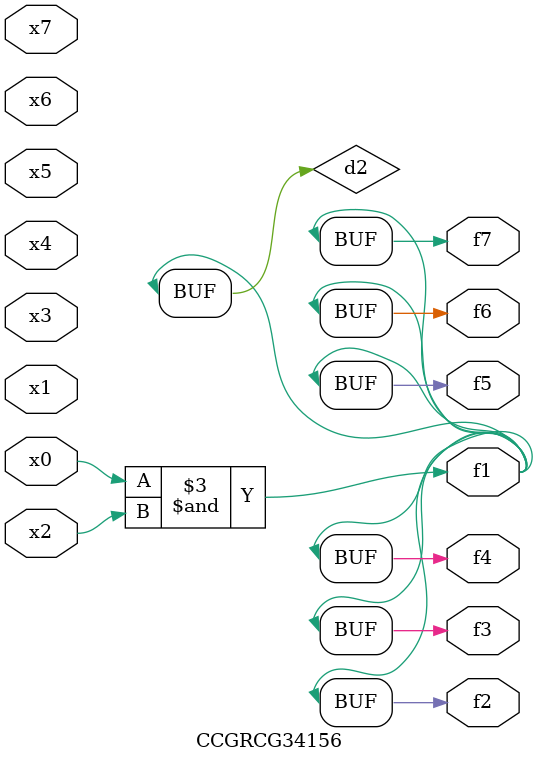
<source format=v>
module CCGRCG34156(
	input x0, x1, x2, x3, x4, x5, x6, x7,
	output f1, f2, f3, f4, f5, f6, f7
);

	wire d1, d2;

	nor (d1, x3, x6);
	and (d2, x0, x2);
	assign f1 = d2;
	assign f2 = d2;
	assign f3 = d2;
	assign f4 = d2;
	assign f5 = d2;
	assign f6 = d2;
	assign f7 = d2;
endmodule

</source>
